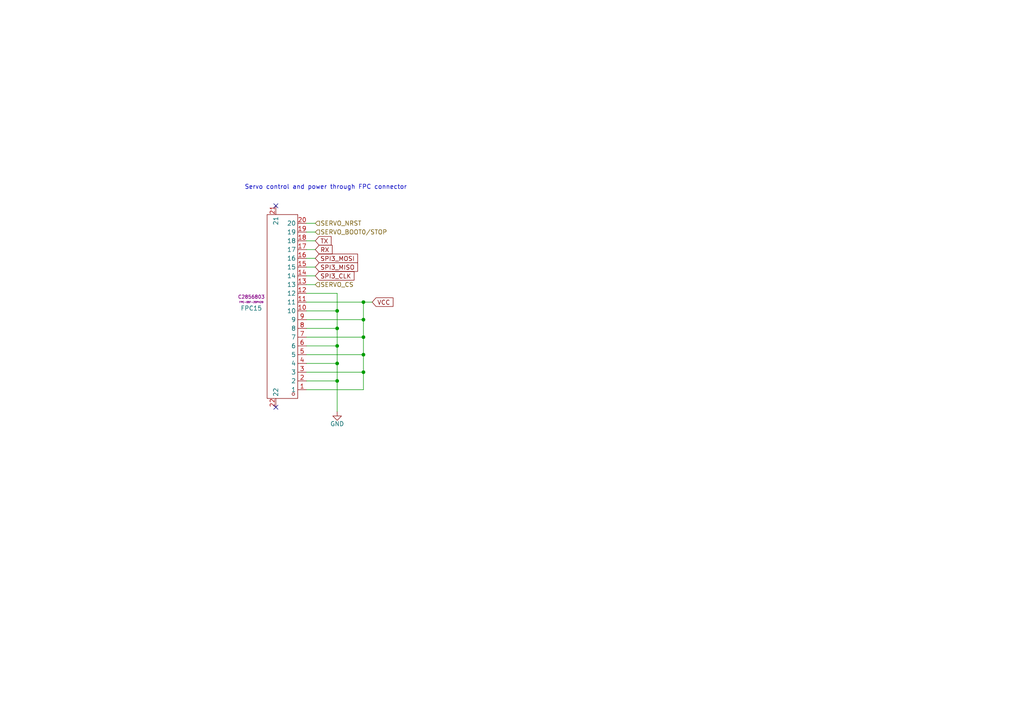
<source format=kicad_sch>
(kicad_sch (version 20250114) (generator "eeschema") (generator_version "9.0")
  (paper "A4")
  (lib_symbols
    (symbol "Library:FPC-05F-20PH20 Connector 20P 0.5mm spacing FPC"
      (property "Reference" "FPC" (at 9.652 1.778 0))
      (property "Manufacturer Part" "FPC-05F-20PH20" (at 9.652 0 0))
      (property "LCSC Part #" "C2856803" (at 9.652 -1.524 0))
      (symbol "FPC-05F-20PH20 Connector 20P 0.5mm spacing FPC_1_0"
        (rectangle (start -3.81 -25.4) (end 5.08 27.94))
        (circle (center -2.54 26.67) (radius 0.381))
        (pin input line (at -6.35 25.4 0) (length 2.54) (name "1") (number "1"))
        (pin input line (at -6.35 22.86 0) (length 2.54) (name "2") (number "2"))
        (pin input line (at -6.35 20.32 0) (length 2.54) (name "3") (number "3"))
        (pin input line (at -6.35 17.78 0) (length 2.54) (name "4") (number "4"))
        (pin input line (at -6.35 15.24 0) (length 2.54) (name "5") (number "5"))
        (pin input line (at -6.35 12.7 0) (length 2.54) (name "6") (number "6"))
        (pin input line (at -6.35 10.16 0) (length 2.54) (name "7") (number "7"))
        (pin input line (at -6.35 7.62 0) (length 2.54) (name "8") (number "8"))
        (pin input line (at -6.35 5.08 0) (length 2.54) (name "9") (number "9"))
        (pin input line (at -6.35 2.54 0) (length 2.54) (name "10") (number "10"))
        (pin input line (at -6.35 0 0) (length 2.54) (name "11") (number "11"))
        (pin input line (at -6.35 -2.54 0) (length 2.54) (name "12") (number "12"))
        (pin input line (at -6.35 -5.08 0) (length 2.54) (name "13") (number "13"))
        (pin input line (at -6.35 -7.62 0) (length 2.54) (name "14") (number "14"))
        (pin input line (at -6.35 -10.16 0) (length 2.54) (name "15") (number "15"))
        (pin input line (at -6.35 -12.7 0) (length 2.54) (name "16") (number "16"))
        (pin input line (at -6.35 -15.24 0) (length 2.54) (name "17") (number "17"))
        (pin input line (at -6.35 -17.78 0) (length 2.54) (name "18") (number "18"))
        (pin input line (at -6.35 -20.32 0) (length 2.54) (name "19") (number "19"))
        (pin input line (at -6.35 -22.86 0) (length 2.54) (name "20") (number "20"))
        (pin input line (at 2.54 30.48 270) (length 2.54) (name "22") (number "22"))
        (pin input line (at 2.54 -27.94 90) (length 2.54) (name "21") (number "21"))
      )
    )
    (symbol "power:GND" (power) (pin_numbers (hide yes)) (pin_names (offset 0) (hide yes))
      (property "Value" "GND" (at 0 -3.81 0))
      (symbol "GND_0_1"
        (polyline (pts (xy 0 0) (xy 0 -1.27) (xy 1.27 -1.27) (xy 0 -2.54) (xy -1.27 -1.27) (xy 0 -1.27)))
      )
      (symbol "GND_1_1"
        (pin power_in line (at 0 0 270) (length 0) (name "~") (number "1"))
      )
    )
  )
  (text "Servo control and power through FPC connector" (at 94.488 54.356 0) (effects (font (size 1.27 1.27))))
  (junction (at 97.79 100.33))
  (junction (at 105.41 97.79))
  (junction (at 97.79 90.17))
  (junction (at 97.79 105.41))
  (junction (at 105.41 102.87))
  (junction (at 97.79 95.25))
  (junction (at 97.79 110.49))
  (junction (at 105.41 107.95))
  (junction (at 105.41 92.71))
  (junction (at 105.41 87.63))
  (no_connect (at 80.01 59.69))
  (no_connect (at 80.01 118.11))
  (wire (pts (xy 97.79 110.49) (xy 97.79 119.38)))
  (wire (pts (xy 97.79 85.09) (xy 97.79 90.17)))
  (wire (pts (xy 97.79 90.17) (xy 88.9 90.17)))
  (wire (pts (xy 97.79 90.17) (xy 97.79 95.25)))
  (wire (pts (xy 97.79 105.41) (xy 97.79 110.49)))
  (wire (pts (xy 105.41 97.79) (xy 105.41 92.71)))
  (wire (pts (xy 88.9 85.09) (xy 97.79 85.09)))
  (wire (pts (xy 97.79 95.25) (xy 97.79 100.33)))
  (wire (pts (xy 91.44 80.01) (xy 88.9 80.01)))
  (wire (pts (xy 97.79 100.33) (xy 97.79 105.41)))
  (wire (pts (xy 91.44 72.39) (xy 88.9 72.39)))
  (wire (pts (xy 105.41 107.95) (xy 105.41 102.87)))
  (wire (pts (xy 88.9 97.79) (xy 105.41 97.79)))
  (wire (pts (xy 97.79 95.25) (xy 88.9 95.25)))
  (wire (pts (xy 107.95 87.63) (xy 105.41 87.63)))
  (wire (pts (xy 88.9 113.03) (xy 105.41 113.03)))
  (wire (pts (xy 88.9 92.71) (xy 105.41 92.71)))
  (wire (pts (xy 91.44 74.93) (xy 88.9 74.93)))
  (wire (pts (xy 97.79 100.33) (xy 88.9 100.33)))
  (wire (pts (xy 91.44 69.85) (xy 88.9 69.85)))
  (wire (pts (xy 97.79 110.49) (xy 88.9 110.49)))
  (wire (pts (xy 88.9 102.87) (xy 105.41 102.87)))
  (wire (pts (xy 97.79 105.41) (xy 88.9 105.41)))
  (wire (pts (xy 105.41 113.03) (xy 105.41 107.95)))
  (wire (pts (xy 91.44 82.55) (xy 88.9 82.55)))
  (wire (pts (xy 91.44 77.47) (xy 88.9 77.47)))
  (wire (pts (xy 88.9 107.95) (xy 105.41 107.95)))
  (wire (pts (xy 105.41 92.71) (xy 105.41 87.63)))
  (wire (pts (xy 105.41 87.63) (xy 88.9 87.63)))
  (wire (pts (xy 91.44 64.77) (xy 88.9 64.77)))
  (wire (pts (xy 105.41 102.87) (xy 105.41 97.79)))
  (wire (pts (xy 91.44 67.31) (xy 88.9 67.31)))
  (global_label "RX" (shape input) (at 91.44 72.39 0) (property "Intersheetrefs" "${INTERSHEET_REFS}" (effects (hide yes))))
  (global_label "TX" (shape input) (at 91.44 69.85 0) (property "Intersheetrefs" "${INTERSHEET_REFS}" (effects (hide yes))))
  (global_label "VCC" (shape input) (at 107.95 87.63 0) (property "Intersheetrefs" "${INTERSHEET_REFS}" (effects (hide yes))))
  (global_label "SPI3_MOSI" (shape input) (at 91.44 74.93 0) (property "Intersheetrefs" "${INTERSHEET_REFS}" (effects (hide yes))))
  (global_label "SPI3_CLK" (shape input) (at 91.44 80.01 0) (property "Intersheetrefs" "${INTERSHEET_REFS}" (effects (hide yes))))
  (global_label "SPI3_MISO" (shape input) (at 91.44 77.47 0) (property "Intersheetrefs" "${INTERSHEET_REFS}" (effects (hide yes))))
  (hierarchical_label "SERVO_NRST" (shape input) (at 91.44 64.77 0))
  (hierarchical_label "SERVO_BOOT0{slash}STOP" (shape input) (at 91.44 67.31 0))
  (hierarchical_label "SERVO_CS" (shape input) (at 91.44 82.55 0))
  (symbol (lib_id "Library:FPC-05F-20PH20 Connector 20P 0.5mm spacing FPC") (at 82.55 87.63 180) (unit 1)
    (property "Reference" "FPC1" (at 72.898 89.408 0))
    (property "Footprint" "Library:FPC-SMD_20P-P0.50_XUNPU_FPC-05F-20PH20" (effects (hide yes)))
    (property "Datasheet" "https://item.szlcsc.com/datasheet/FPC-05F-20PH20/3056901.html" (effects (hide yes)))
    (property "Description" "Locking Feature:Hinged Lid Contact Type:Surface Mount Number of Contacts:20P Pitch:0.5mm Mounting Type:Bottom Contact FFC, FCB Thickness:0.3mm FFC, FCB Thickness:0.3mm Height Above Board:2mm Contact Material:Phosphor Bronze Contact Plating:Tin Operating T" (effects (hide yes)))
    (property "Manufacturer Part" "FPC-05F-20PH20" (at 72.898 87.63 0) (effects (font (size 0.5 0.5))))
    (property "Manufacturer" "XUNPU(讯普)" (effects (hide yes)))
    (property "Supplier Part" "C2856803" (effects (hide yes)))
    (property "Supplier" "LCSC" (effects (hide yes)))
    (property "LCSC Part Name" "翻盖式 卧贴 P数:20P 间距:0.5mm" (effects (hide yes)))
    (property "LCSC Part #" "C2856803" (at 72.898 86.106 0) (effects (font (size 1 1))))
    (instances (project "" (path "" (reference "FPC15") (unit 1)) (path "" (reference "FPC14") (unit 1)) (path "" (reference "FPC10") (unit 1)) (path "" (reference "FPC12") (unit 1)) (path "" (reference "FPC9") (unit 1)) (path "" (reference "FPC13") (unit 1)) (path "" (reference "FPC11") (unit 1)) (path "" (reference "FPC16") (unit 1)) (path "" (reference "FPC23") (unit 1)) (path "" (reference "FPC22") (unit 1)) (path "" (reference "FPC18") (unit 1)) (path "" (reference "FPC20") (unit 1)) (path "" (reference "FPC17") (unit 1)) (path "" (reference "FPC21") (unit 1)) (path "" (reference "FPC19") (unit 1)) (path "" (reference "FPC24") (unit 1)) (path "" (reference "FPC7") (unit 1)) (path "" (reference "FPC6") (unit 1)) (path "" (reference "FPC2") (unit 1)) (path "" (reference "FPC4") (unit 1)) (path "" (reference "FPC1") (unit 1)) (path "" (reference "FPC5") (unit 1)) (path "" (reference "FPC3") (unit 1)) (path "" (reference "FPC8") (unit 1))))
  )
  (symbol (lib_id "power:GND") (at 97.79 119.38 0) (mirror y) (unit 1)
    (property "Reference" "#PWR040" (effects (hide yes)))
    (property "Value" "GND" (at 97.79 122.936 0))
    (property "Description" "Power symbol creates a global label with name \"GND\" , ground" (effects (hide yes)))
    (instances (project "master-circuit" (path "" (reference "#PWR061") (unit 1)) (path "" (reference "#PWR060") (unit 1)) (path "" (reference "#PWR056") (unit 1)) (path "" (reference "#PWR058") (unit 1)) (path "" (reference "#PWR055") (unit 1)) (path "" (reference "#PWR059") (unit 1)) (path "" (reference "#PWR057") (unit 1)) (path "" (reference "#PWR062") (unit 1)) (path "" (reference "#PWR071") (unit 1)) (path "" (reference "#PWR070") (unit 1)) (path "" (reference "#PWR066") (unit 1)) (path "" (reference "#PWR068") (unit 1)) (path "" (reference "#PWR065") (unit 1)) (path "" (reference "#PWR069") (unit 1)) (path "" (reference "#PWR067") (unit 1)) (path "" (reference "#PWR072") (unit 1)) (path "" (reference "#PWR047") (unit 1)) (path "" (reference "#PWR046") (unit 1)) (path "" (reference "#PWR041") (unit 1)) (path "" (reference "#PWR043") (unit 1)) (path "" (reference "#PWR040") (unit 1)) (path "" (reference "#PWR045") (unit 1)) (path "" (reference "#PWR042") (unit 1)) (path "" (reference "#PWR048") (unit 1))))
  )
)
</source>
